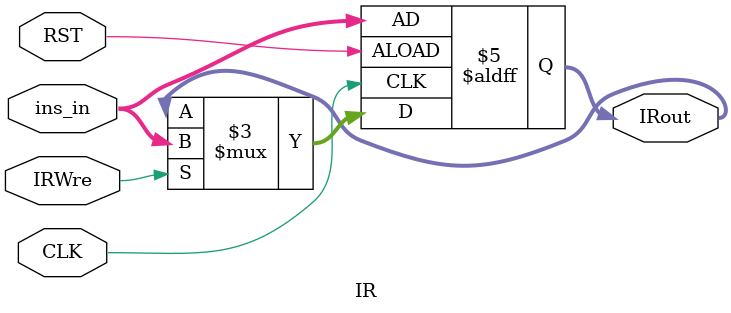
<source format=v>
 `timescale 1ns / 1ps
 module IR(
    input[31:0] ins_in,
    input IRWre,
    input CLK,
    input RST,
    output reg[31:0] IRout
 );
    always@(posedge CLK or negedge RST)begin
        if(RST==0) IRout<=ins_in;
        else if(IRWre) IRout<=ins_in;
    end 
 endmodule
</source>
